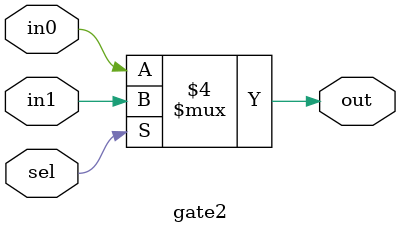
<source format=v>
`timescale 1ns / 1ps


module gate2(
    input in0,    
    input in1,
    input sel,
    output reg out
);

    // Varianta 2 cu ALWAYS and if
    
    always @(*) begin
        
        if (sel == 0) begin
            out = in0;
        end else begin
            out = in1;
        end
        
    end
  
endmodule

</source>
